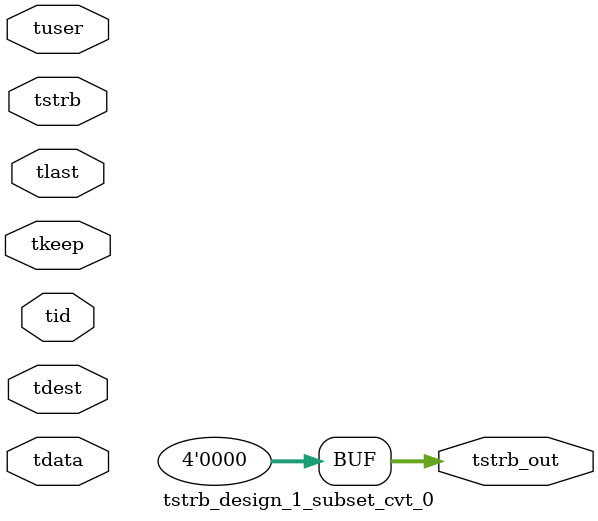
<source format=v>


`timescale 1ps/1ps

module tstrb_design_1_subset_cvt_0 #
(
parameter C_S_AXIS_TDATA_WIDTH = 32,
parameter C_S_AXIS_TUSER_WIDTH = 0,
parameter C_S_AXIS_TID_WIDTH   = 0,
parameter C_S_AXIS_TDEST_WIDTH = 0,
parameter C_M_AXIS_TDATA_WIDTH = 32
)
(
input  [(C_S_AXIS_TDATA_WIDTH == 0 ? 1 : C_S_AXIS_TDATA_WIDTH)-1:0     ] tdata,
input  [(C_S_AXIS_TUSER_WIDTH == 0 ? 1 : C_S_AXIS_TUSER_WIDTH)-1:0     ] tuser,
input  [(C_S_AXIS_TID_WIDTH   == 0 ? 1 : C_S_AXIS_TID_WIDTH)-1:0       ] tid,
input  [(C_S_AXIS_TDEST_WIDTH == 0 ? 1 : C_S_AXIS_TDEST_WIDTH)-1:0     ] tdest,
input  [(C_S_AXIS_TDATA_WIDTH/8)-1:0 ] tkeep,
input  [(C_S_AXIS_TDATA_WIDTH/8)-1:0 ] tstrb,
input                                                                    tlast,
output [(C_M_AXIS_TDATA_WIDTH/8)-1:0 ] tstrb_out
);

assign tstrb_out = {1'b0};

endmodule


</source>
